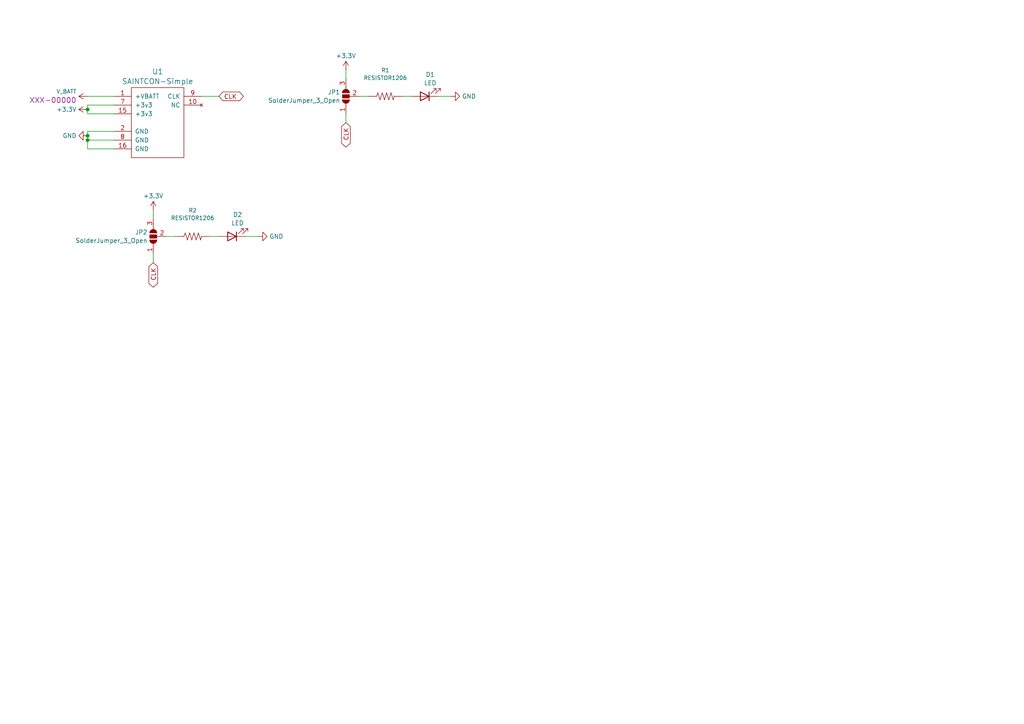
<source format=kicad_sch>
(kicad_sch
	(version 20231120)
	(generator "eeschema")
	(generator_version "8.0")
	(uuid "8c30392f-0e5e-48e1-84ed-a8a15295f91f")
	(paper "A4")
	(lib_symbols
		(symbol "Device:LED"
			(pin_numbers hide)
			(pin_names
				(offset 1.016) hide)
			(exclude_from_sim no)
			(in_bom yes)
			(on_board yes)
			(property "Reference" "D"
				(at 0 2.54 0)
				(effects
					(font
						(size 1.27 1.27)
					)
				)
			)
			(property "Value" "LED"
				(at 0 -2.54 0)
				(effects
					(font
						(size 1.27 1.27)
					)
				)
			)
			(property "Footprint" ""
				(at 0 0 0)
				(effects
					(font
						(size 1.27 1.27)
					)
					(hide yes)
				)
			)
			(property "Datasheet" "~"
				(at 0 0 0)
				(effects
					(font
						(size 1.27 1.27)
					)
					(hide yes)
				)
			)
			(property "Description" "Light emitting diode"
				(at 0 0 0)
				(effects
					(font
						(size 1.27 1.27)
					)
					(hide yes)
				)
			)
			(property "ki_keywords" "LED diode"
				(at 0 0 0)
				(effects
					(font
						(size 1.27 1.27)
					)
					(hide yes)
				)
			)
			(property "ki_fp_filters" "LED* LED_SMD:* LED_THT:*"
				(at 0 0 0)
				(effects
					(font
						(size 1.27 1.27)
					)
					(hide yes)
				)
			)
			(symbol "LED_0_1"
				(polyline
					(pts
						(xy -1.27 -1.27) (xy -1.27 1.27)
					)
					(stroke
						(width 0.254)
						(type default)
					)
					(fill
						(type none)
					)
				)
				(polyline
					(pts
						(xy -1.27 0) (xy 1.27 0)
					)
					(stroke
						(width 0)
						(type default)
					)
					(fill
						(type none)
					)
				)
				(polyline
					(pts
						(xy 1.27 -1.27) (xy 1.27 1.27) (xy -1.27 0) (xy 1.27 -1.27)
					)
					(stroke
						(width 0.254)
						(type default)
					)
					(fill
						(type none)
					)
				)
				(polyline
					(pts
						(xy -3.048 -0.762) (xy -4.572 -2.286) (xy -3.81 -2.286) (xy -4.572 -2.286) (xy -4.572 -1.524)
					)
					(stroke
						(width 0)
						(type default)
					)
					(fill
						(type none)
					)
				)
				(polyline
					(pts
						(xy -1.778 -0.762) (xy -3.302 -2.286) (xy -2.54 -2.286) (xy -3.302 -2.286) (xy -3.302 -1.524)
					)
					(stroke
						(width 0)
						(type default)
					)
					(fill
						(type none)
					)
				)
			)
			(symbol "LED_1_1"
				(pin passive line
					(at -3.81 0 0)
					(length 2.54)
					(name "K"
						(effects
							(font
								(size 1.27 1.27)
							)
						)
					)
					(number "1"
						(effects
							(font
								(size 1.27 1.27)
							)
						)
					)
				)
				(pin passive line
					(at 3.81 0 180)
					(length 2.54)
					(name "A"
						(effects
							(font
								(size 1.27 1.27)
							)
						)
					)
					(number "2"
						(effects
							(font
								(size 1.27 1.27)
							)
						)
					)
				)
			)
		)
		(symbol "Jumper:SolderJumper_3_Open"
			(pin_names
				(offset 0) hide)
			(exclude_from_sim yes)
			(in_bom no)
			(on_board yes)
			(property "Reference" "JP"
				(at -2.54 -2.54 0)
				(effects
					(font
						(size 1.27 1.27)
					)
				)
			)
			(property "Value" "SolderJumper_3_Open"
				(at 0 2.794 0)
				(effects
					(font
						(size 1.27 1.27)
					)
				)
			)
			(property "Footprint" ""
				(at 0 0 0)
				(effects
					(font
						(size 1.27 1.27)
					)
					(hide yes)
				)
			)
			(property "Datasheet" "~"
				(at 0 0 0)
				(effects
					(font
						(size 1.27 1.27)
					)
					(hide yes)
				)
			)
			(property "Description" "Solder Jumper, 3-pole, open"
				(at 0 0 0)
				(effects
					(font
						(size 1.27 1.27)
					)
					(hide yes)
				)
			)
			(property "ki_keywords" "Solder Jumper SPDT"
				(at 0 0 0)
				(effects
					(font
						(size 1.27 1.27)
					)
					(hide yes)
				)
			)
			(property "ki_fp_filters" "SolderJumper*Open*"
				(at 0 0 0)
				(effects
					(font
						(size 1.27 1.27)
					)
					(hide yes)
				)
			)
			(symbol "SolderJumper_3_Open_0_1"
				(arc
					(start -1.016 1.016)
					(mid -2.0276 0)
					(end -1.016 -1.016)
					(stroke
						(width 0)
						(type default)
					)
					(fill
						(type none)
					)
				)
				(arc
					(start -1.016 1.016)
					(mid -2.0276 0)
					(end -1.016 -1.016)
					(stroke
						(width 0)
						(type default)
					)
					(fill
						(type outline)
					)
				)
				(rectangle
					(start -0.508 1.016)
					(end 0.508 -1.016)
					(stroke
						(width 0)
						(type default)
					)
					(fill
						(type outline)
					)
				)
				(polyline
					(pts
						(xy -2.54 0) (xy -2.032 0)
					)
					(stroke
						(width 0)
						(type default)
					)
					(fill
						(type none)
					)
				)
				(polyline
					(pts
						(xy -1.016 1.016) (xy -1.016 -1.016)
					)
					(stroke
						(width 0)
						(type default)
					)
					(fill
						(type none)
					)
				)
				(polyline
					(pts
						(xy 0 -1.27) (xy 0 -1.016)
					)
					(stroke
						(width 0)
						(type default)
					)
					(fill
						(type none)
					)
				)
				(polyline
					(pts
						(xy 1.016 1.016) (xy 1.016 -1.016)
					)
					(stroke
						(width 0)
						(type default)
					)
					(fill
						(type none)
					)
				)
				(polyline
					(pts
						(xy 2.54 0) (xy 2.032 0)
					)
					(stroke
						(width 0)
						(type default)
					)
					(fill
						(type none)
					)
				)
				(arc
					(start 1.016 -1.016)
					(mid 2.0276 0)
					(end 1.016 1.016)
					(stroke
						(width 0)
						(type default)
					)
					(fill
						(type none)
					)
				)
				(arc
					(start 1.016 -1.016)
					(mid 2.0276 0)
					(end 1.016 1.016)
					(stroke
						(width 0)
						(type default)
					)
					(fill
						(type outline)
					)
				)
			)
			(symbol "SolderJumper_3_Open_1_1"
				(pin passive line
					(at -5.08 0 0)
					(length 2.54)
					(name "A"
						(effects
							(font
								(size 1.27 1.27)
							)
						)
					)
					(number "1"
						(effects
							(font
								(size 1.27 1.27)
							)
						)
					)
				)
				(pin passive line
					(at 0 -3.81 90)
					(length 2.54)
					(name "C"
						(effects
							(font
								(size 1.27 1.27)
							)
						)
					)
					(number "2"
						(effects
							(font
								(size 1.27 1.27)
							)
						)
					)
				)
				(pin passive line
					(at 5.08 0 180)
					(length 2.54)
					(name "B"
						(effects
							(font
								(size 1.27 1.27)
							)
						)
					)
					(number "3"
						(effects
							(font
								(size 1.27 1.27)
							)
						)
					)
				)
			)
		)
		(symbol "SparkFun-PowerSymbols:V_BATT"
			(power)
			(pin_numbers hide)
			(pin_names
				(offset 1.016) hide)
			(exclude_from_sim no)
			(in_bom yes)
			(on_board yes)
			(property "Reference" "#SUPPLY"
				(at 1.27 0 0)
				(effects
					(font
						(size 1.143 1.143)
					)
					(justify left bottom)
					(hide yes)
				)
			)
			(property "Value" "V_BATT"
				(at -2.54 3.81 0)
				(effects
					(font
						(size 1.143 1.143)
					)
					(justify left bottom)
				)
			)
			(property "Footprint" "XXX-00000"
				(at 0 7.62 0)
				(effects
					(font
						(size 1.524 1.524)
					)
				)
			)
			(property "Datasheet" ""
				(at 0 0 0)
				(effects
					(font
						(size 1.524 1.524)
					)
					(hide yes)
				)
			)
			(property "Description" "Battery Voltage Supply Generic symbol for the battery input to a system."
				(at 0 0 0)
				(effects
					(font
						(size 1.27 1.27)
					)
					(hide yes)
				)
			)
			(property "ki_locked" ""
				(at 0 0 0)
				(effects
					(font
						(size 1.27 1.27)
					)
				)
			)
			(property "ki_keywords" "PROD_ID:XXX-00000"
				(at 0 0 0)
				(effects
					(font
						(size 1.27 1.27)
					)
					(hide yes)
				)
			)
			(symbol "V_BATT_1_0"
				(polyline
					(pts
						(xy 0 0) (xy 0 2.54)
					)
					(stroke
						(width 0)
						(type solid)
					)
					(fill
						(type none)
					)
				)
				(polyline
					(pts
						(xy 0 2.54) (xy -0.762 1.27)
					)
					(stroke
						(width 0)
						(type solid)
					)
					(fill
						(type none)
					)
				)
				(polyline
					(pts
						(xy 0.762 1.27) (xy 0 2.54)
					)
					(stroke
						(width 0)
						(type solid)
					)
					(fill
						(type none)
					)
				)
			)
			(symbol "V_BATT_1_1"
				(pin power_in line
					(at 0 0 90)
					(length 0) hide
					(name "V_BATT"
						(effects
							(font
								(size 1.016 1.016)
							)
						)
					)
					(number "~"
						(effects
							(font
								(size 1.016 1.016)
							)
						)
					)
				)
			)
		)
		(symbol "SparkFun-Resistors:RESISTOR1206"
			(pin_numbers hide)
			(pin_names
				(offset 1.016) hide)
			(exclude_from_sim no)
			(in_bom yes)
			(on_board yes)
			(property "Reference" "R"
				(at -5.08 1.27 0)
				(effects
					(font
						(size 1.143 1.143)
					)
					(justify left bottom)
				)
			)
			(property "Value" "RESISTOR1206"
				(at -5.08 -3.81 0)
				(effects
					(font
						(size 1.143 1.143)
					)
					(justify left bottom)
				)
			)
			(property "Footprint" "1206"
				(at 0 3.81 0)
				(effects
					(font
						(size 0.508 0.508)
					)
					(hide yes)
				)
			)
			(property "Datasheet" ""
				(at 0 0 0)
				(effects
					(font
						(size 1.524 1.524)
					)
					(hide yes)
				)
			)
			(property "Description" "Generic Resistor Package"
				(at 0 0 0)
				(effects
					(font
						(size 1.27 1.27)
					)
					(hide yes)
				)
			)
			(property "Field4" " "
				(at 0 5.08 0)
				(effects
					(font
						(size 1.524 1.524)
					)
				)
			)
			(property "ki_locked" ""
				(at 0 0 0)
				(effects
					(font
						(size 1.27 1.27)
					)
				)
			)
			(property "ki_keywords" "PROD_ID:"
				(at 0 0 0)
				(effects
					(font
						(size 1.27 1.27)
					)
					(hide yes)
				)
			)
			(property "ki_fp_filters" "*1206*"
				(at 0 0 0)
				(effects
					(font
						(size 1.27 1.27)
					)
					(hide yes)
				)
			)
			(symbol "RESISTOR1206_1_0"
				(polyline
					(pts
						(xy -2.54 0) (xy -2.159 1.016)
					)
					(stroke
						(width 0)
						(type solid)
					)
					(fill
						(type none)
					)
				)
				(polyline
					(pts
						(xy -2.159 1.016) (xy -1.524 -1.016)
					)
					(stroke
						(width 0)
						(type solid)
					)
					(fill
						(type none)
					)
				)
				(polyline
					(pts
						(xy -1.524 -1.016) (xy -0.889 1.016)
					)
					(stroke
						(width 0)
						(type solid)
					)
					(fill
						(type none)
					)
				)
				(polyline
					(pts
						(xy -0.889 1.016) (xy -0.254 -1.016)
					)
					(stroke
						(width 0)
						(type solid)
					)
					(fill
						(type none)
					)
				)
				(polyline
					(pts
						(xy -0.254 -1.016) (xy 0.381 1.016)
					)
					(stroke
						(width 0)
						(type solid)
					)
					(fill
						(type none)
					)
				)
				(polyline
					(pts
						(xy 0.381 1.016) (xy 1.016 -1.016)
					)
					(stroke
						(width 0)
						(type solid)
					)
					(fill
						(type none)
					)
				)
				(polyline
					(pts
						(xy 1.016 -1.016) (xy 1.651 1.016)
					)
					(stroke
						(width 0)
						(type solid)
					)
					(fill
						(type none)
					)
				)
				(polyline
					(pts
						(xy 1.651 1.016) (xy 2.286 -1.016)
					)
					(stroke
						(width 0)
						(type solid)
					)
					(fill
						(type none)
					)
				)
				(polyline
					(pts
						(xy 2.286 -1.016) (xy 2.54 0)
					)
					(stroke
						(width 0)
						(type solid)
					)
					(fill
						(type none)
					)
				)
			)
			(symbol "RESISTOR1206_1_1"
				(pin passive line
					(at -5.08 0 0)
					(length 2.54)
					(name "1"
						(effects
							(font
								(size 1.016 1.016)
							)
						)
					)
					(number "1"
						(effects
							(font
								(size 1.016 1.016)
							)
						)
					)
				)
				(pin passive line
					(at 5.08 0 180)
					(length 2.54)
					(name "2"
						(effects
							(font
								(size 1.016 1.016)
							)
						)
					)
					(number "2"
						(effects
							(font
								(size 1.016 1.016)
							)
						)
					)
				)
			)
		)
		(symbol "power:+3.3V"
			(power)
			(pin_numbers hide)
			(pin_names
				(offset 0) hide)
			(exclude_from_sim no)
			(in_bom yes)
			(on_board yes)
			(property "Reference" "#PWR"
				(at 0 -3.81 0)
				(effects
					(font
						(size 1.27 1.27)
					)
					(hide yes)
				)
			)
			(property "Value" "+3.3V"
				(at 0 3.556 0)
				(effects
					(font
						(size 1.27 1.27)
					)
				)
			)
			(property "Footprint" ""
				(at 0 0 0)
				(effects
					(font
						(size 1.27 1.27)
					)
					(hide yes)
				)
			)
			(property "Datasheet" ""
				(at 0 0 0)
				(effects
					(font
						(size 1.27 1.27)
					)
					(hide yes)
				)
			)
			(property "Description" "Power symbol creates a global label with name \"+3.3V\""
				(at 0 0 0)
				(effects
					(font
						(size 1.27 1.27)
					)
					(hide yes)
				)
			)
			(property "ki_keywords" "global power"
				(at 0 0 0)
				(effects
					(font
						(size 1.27 1.27)
					)
					(hide yes)
				)
			)
			(symbol "+3.3V_0_1"
				(polyline
					(pts
						(xy -0.762 1.27) (xy 0 2.54)
					)
					(stroke
						(width 0)
						(type default)
					)
					(fill
						(type none)
					)
				)
				(polyline
					(pts
						(xy 0 0) (xy 0 2.54)
					)
					(stroke
						(width 0)
						(type default)
					)
					(fill
						(type none)
					)
				)
				(polyline
					(pts
						(xy 0 2.54) (xy 0.762 1.27)
					)
					(stroke
						(width 0)
						(type default)
					)
					(fill
						(type none)
					)
				)
			)
			(symbol "+3.3V_1_1"
				(pin power_in line
					(at 0 0 90)
					(length 0)
					(name "~"
						(effects
							(font
								(size 1.27 1.27)
							)
						)
					)
					(number "1"
						(effects
							(font
								(size 1.27 1.27)
							)
						)
					)
				)
			)
		)
		(symbol "power:GND"
			(power)
			(pin_numbers hide)
			(pin_names
				(offset 0) hide)
			(exclude_from_sim no)
			(in_bom yes)
			(on_board yes)
			(property "Reference" "#PWR"
				(at 0 -6.35 0)
				(effects
					(font
						(size 1.27 1.27)
					)
					(hide yes)
				)
			)
			(property "Value" "GND"
				(at 0 -3.81 0)
				(effects
					(font
						(size 1.27 1.27)
					)
				)
			)
			(property "Footprint" ""
				(at 0 0 0)
				(effects
					(font
						(size 1.27 1.27)
					)
					(hide yes)
				)
			)
			(property "Datasheet" ""
				(at 0 0 0)
				(effects
					(font
						(size 1.27 1.27)
					)
					(hide yes)
				)
			)
			(property "Description" "Power symbol creates a global label with name \"GND\" , ground"
				(at 0 0 0)
				(effects
					(font
						(size 1.27 1.27)
					)
					(hide yes)
				)
			)
			(property "ki_keywords" "global power"
				(at 0 0 0)
				(effects
					(font
						(size 1.27 1.27)
					)
					(hide yes)
				)
			)
			(symbol "GND_0_1"
				(polyline
					(pts
						(xy 0 0) (xy 0 -1.27) (xy 1.27 -1.27) (xy 0 -2.54) (xy -1.27 -1.27) (xy 0 -1.27)
					)
					(stroke
						(width 0)
						(type default)
					)
					(fill
						(type none)
					)
				)
			)
			(symbol "GND_1_1"
				(pin power_in line
					(at 0 0 270)
					(length 0)
					(name "~"
						(effects
							(font
								(size 1.27 1.27)
							)
						)
					)
					(number "1"
						(effects
							(font
								(size 1.27 1.27)
							)
						)
					)
				)
			)
		)
		(symbol "saintcon-minibadge:SAINTCON-Simple"
			(pin_names
				(offset 1.016)
			)
			(exclude_from_sim no)
			(in_bom yes)
			(on_board yes)
			(property "Reference" "U"
				(at -5.08 11.43 0)
				(effects
					(font
						(size 1.524 1.524)
					)
				)
			)
			(property "Value" "SAINTCON-Simple"
				(at 0 -12.7 0)
				(effects
					(font
						(size 1.524 1.524)
					)
				)
			)
			(property "Footprint" ""
				(at 0 2.54 0)
				(effects
					(font
						(size 1.524 1.524)
					)
					(hide yes)
				)
			)
			(property "Datasheet" ""
				(at 0 2.54 0)
				(effects
					(font
						(size 1.524 1.524)
					)
					(hide yes)
				)
			)
			(property "Description" ""
				(at 0 0 0)
				(effects
					(font
						(size 1.27 1.27)
					)
					(hide yes)
				)
			)
			(symbol "SAINTCON-Simple_0_1"
				(rectangle
					(start -7.62 10.16)
					(end 7.62 -10.16)
					(stroke
						(width 0)
						(type default)
					)
					(fill
						(type none)
					)
				)
			)
			(symbol "SAINTCON-Simple_1_1"
				(pin power_out line
					(at -12.7 7.62 0)
					(length 5.08)
					(name "+VBATT"
						(effects
							(font
								(size 1.27 1.27)
							)
						)
					)
					(number "1"
						(effects
							(font
								(size 1.27 1.27)
							)
						)
					)
				)
				(pin no_connect line
					(at 12.7 5.08 180)
					(length 5.08)
					(name "NC"
						(effects
							(font
								(size 1.27 1.27)
							)
						)
					)
					(number "10"
						(effects
							(font
								(size 1.27 1.27)
							)
						)
					)
				)
				(pin power_out line
					(at -12.7 2.54 0)
					(length 5.08)
					(name "+3v3"
						(effects
							(font
								(size 1.27 1.27)
							)
						)
					)
					(number "15"
						(effects
							(font
								(size 1.27 1.27)
							)
						)
					)
				)
				(pin power_out line
					(at -12.7 -7.62 0)
					(length 5.08)
					(name "GND"
						(effects
							(font
								(size 1.27 1.27)
							)
						)
					)
					(number "16"
						(effects
							(font
								(size 1.27 1.27)
							)
						)
					)
				)
				(pin power_out line
					(at -12.7 -2.54 0)
					(length 5.08)
					(name "GND"
						(effects
							(font
								(size 1.27 1.27)
							)
						)
					)
					(number "2"
						(effects
							(font
								(size 1.27 1.27)
							)
						)
					)
				)
				(pin power_out line
					(at -12.7 5.08 0)
					(length 5.08)
					(name "+3v3"
						(effects
							(font
								(size 1.27 1.27)
							)
						)
					)
					(number "7"
						(effects
							(font
								(size 1.27 1.27)
							)
						)
					)
				)
				(pin power_out line
					(at -12.7 -5.08 0)
					(length 5.08)
					(name "GND"
						(effects
							(font
								(size 1.27 1.27)
							)
						)
					)
					(number "8"
						(effects
							(font
								(size 1.27 1.27)
							)
						)
					)
				)
				(pin output line
					(at 12.7 7.62 180)
					(length 5.08)
					(name "CLK"
						(effects
							(font
								(size 1.27 1.27)
							)
						)
					)
					(number "9"
						(effects
							(font
								(size 1.27 1.27)
							)
						)
					)
				)
			)
		)
	)
	(junction
		(at 25.4 39.37)
		(diameter 0)
		(color 0 0 0 0)
		(uuid "1c828c82-bd5d-495b-a8e6-4642db0239e4")
	)
	(junction
		(at 25.4 40.64)
		(diameter 0)
		(color 0 0 0 0)
		(uuid "775dad2d-db18-4fae-af6e-45f59b89aa62")
	)
	(junction
		(at 25.4 31.75)
		(diameter 0)
		(color 0 0 0 0)
		(uuid "97fce3be-2089-4039-a419-aadfba3680b7")
	)
	(wire
		(pts
			(xy 25.4 31.75) (xy 25.4 33.02)
		)
		(stroke
			(width 0)
			(type default)
		)
		(uuid "0d6b5fb6-ac42-4c1b-84c0-164d23a9fe99")
	)
	(wire
		(pts
			(xy 33.02 38.1) (xy 25.4 38.1)
		)
		(stroke
			(width 0)
			(type default)
		)
		(uuid "0f1f1318-97b9-4f59-a2c0-d5de34af1e5d")
	)
	(wire
		(pts
			(xy 25.4 27.94) (xy 33.02 27.94)
		)
		(stroke
			(width 0)
			(type default)
		)
		(uuid "1f57d787-91f4-4a94-afb5-2bde7bb9b4ea")
	)
	(wire
		(pts
			(xy 104.14 27.94) (xy 106.68 27.94)
		)
		(stroke
			(width 0)
			(type default)
		)
		(uuid "2b5d50aa-c0ba-43b7-9899-0763e661b71c")
	)
	(wire
		(pts
			(xy 48.26 68.58) (xy 50.8 68.58)
		)
		(stroke
			(width 0)
			(type default)
		)
		(uuid "5052056c-fa34-4683-8500-607020060c6d")
	)
	(wire
		(pts
			(xy 71.12 68.58) (xy 74.93 68.58)
		)
		(stroke
			(width 0)
			(type default)
		)
		(uuid "61bb6c1a-8e3b-452b-933e-71c459002538")
	)
	(wire
		(pts
			(xy 25.4 33.02) (xy 33.02 33.02)
		)
		(stroke
			(width 0)
			(type default)
		)
		(uuid "676d64d4-855d-4634-bd11-fbb06979d104")
	)
	(wire
		(pts
			(xy 33.02 30.48) (xy 25.4 30.48)
		)
		(stroke
			(width 0)
			(type default)
		)
		(uuid "69826155-8ba8-4146-a76c-03be9687a128")
	)
	(wire
		(pts
			(xy 60.96 68.58) (xy 63.5 68.58)
		)
		(stroke
			(width 0)
			(type default)
		)
		(uuid "6a9993db-6e31-4a09-860c-1220bb0ee919")
	)
	(wire
		(pts
			(xy 44.45 73.66) (xy 44.45 76.2)
		)
		(stroke
			(width 0)
			(type default)
		)
		(uuid "726aea99-78fb-49c2-9125-c320fc68aacd")
	)
	(wire
		(pts
			(xy 127 27.94) (xy 130.81 27.94)
		)
		(stroke
			(width 0)
			(type default)
		)
		(uuid "73b0c72f-23d1-4c29-933a-1a170379f581")
	)
	(wire
		(pts
			(xy 116.84 27.94) (xy 119.38 27.94)
		)
		(stroke
			(width 0)
			(type default)
		)
		(uuid "772eadcf-d4d2-486f-8f39-3f2129578164")
	)
	(wire
		(pts
			(xy 25.4 40.64) (xy 25.4 39.37)
		)
		(stroke
			(width 0)
			(type default)
		)
		(uuid "89ed57c3-e3df-4dc7-8ce9-22e8eba402fb")
	)
	(wire
		(pts
			(xy 100.33 20.32) (xy 100.33 22.86)
		)
		(stroke
			(width 0)
			(type default)
		)
		(uuid "a87bcb11-7871-4680-a77a-21e1b256251b")
	)
	(wire
		(pts
			(xy 100.33 33.02) (xy 100.33 35.56)
		)
		(stroke
			(width 0)
			(type default)
		)
		(uuid "aa849bb6-a3c6-469c-b638-7caa4e333788")
	)
	(wire
		(pts
			(xy 33.02 43.18) (xy 25.4 43.18)
		)
		(stroke
			(width 0)
			(type default)
		)
		(uuid "b1926b63-e821-4306-8757-bc2bae05bab2")
	)
	(wire
		(pts
			(xy 25.4 43.18) (xy 25.4 40.64)
		)
		(stroke
			(width 0)
			(type default)
		)
		(uuid "bc88e7cd-1508-423e-a6c4-ca0610c2b88f")
	)
	(wire
		(pts
			(xy 25.4 30.48) (xy 25.4 31.75)
		)
		(stroke
			(width 0)
			(type default)
		)
		(uuid "bff1a2fb-2d19-4398-ae29-007ddcd1f150")
	)
	(wire
		(pts
			(xy 58.42 27.94) (xy 63.5 27.94)
		)
		(stroke
			(width 0)
			(type default)
		)
		(uuid "c22124c0-de76-4bf8-aff4-8c2e4a56c0dd")
	)
	(wire
		(pts
			(xy 44.45 60.96) (xy 44.45 63.5)
		)
		(stroke
			(width 0)
			(type default)
		)
		(uuid "cdcce3f1-d91d-4d78-81a1-d65cf491a2a8")
	)
	(wire
		(pts
			(xy 25.4 38.1) (xy 25.4 39.37)
		)
		(stroke
			(width 0)
			(type default)
		)
		(uuid "cf517033-039c-4b0e-8fc0-75e4ced212d9")
	)
	(wire
		(pts
			(xy 33.02 40.64) (xy 25.4 40.64)
		)
		(stroke
			(width 0)
			(type default)
		)
		(uuid "f5ef598d-7b51-4f41-a646-c47e1037390e")
	)
	(global_label "CLK"
		(shape bidirectional)
		(at 44.45 76.2 270)
		(fields_autoplaced yes)
		(effects
			(font
				(size 1.27 1.27)
			)
			(justify right)
		)
		(uuid "6a93274b-6cb5-4694-bb79-7516944531e0")
		(property "Intersheetrefs" "${INTERSHEET_REFS}"
			(at 44.45 83.8646 90)
			(effects
				(font
					(size 1.27 1.27)
				)
				(justify right)
				(hide yes)
			)
		)
	)
	(global_label "CLK"
		(shape bidirectional)
		(at 63.5 27.94 0)
		(fields_autoplaced yes)
		(effects
			(font
				(size 1.27 1.27)
			)
			(justify left)
		)
		(uuid "8f09a315-dff4-477b-810d-e77597193352")
		(property "Intersheetrefs" "${INTERSHEET_REFS}"
			(at 71.1646 27.94 0)
			(effects
				(font
					(size 1.27 1.27)
				)
				(justify left)
				(hide yes)
			)
		)
	)
	(global_label "CLK"
		(shape bidirectional)
		(at 100.33 35.56 270)
		(fields_autoplaced yes)
		(effects
			(font
				(size 1.27 1.27)
			)
			(justify right)
		)
		(uuid "d5ad0b91-a363-498a-a7bb-f47a6861981d")
		(property "Intersheetrefs" "${INTERSHEET_REFS}"
			(at 100.33 43.2246 90)
			(effects
				(font
					(size 1.27 1.27)
				)
				(justify right)
				(hide yes)
			)
		)
	)
	(symbol
		(lib_id "power:GND")
		(at 25.4 39.37 270)
		(unit 1)
		(exclude_from_sim no)
		(in_bom yes)
		(on_board yes)
		(dnp no)
		(fields_autoplaced yes)
		(uuid "0bcc5834-2d6f-4093-a6cf-18cdfdb162cd")
		(property "Reference" "#PWR02"
			(at 19.05 39.37 0)
			(effects
				(font
					(size 1.27 1.27)
				)
				(hide yes)
			)
		)
		(property "Value" "GND"
			(at 22.2251 39.37 90)
			(effects
				(font
					(size 1.27 1.27)
				)
				(justify right)
			)
		)
		(property "Footprint" ""
			(at 25.4 39.37 0)
			(effects
				(font
					(size 1.27 1.27)
				)
				(hide yes)
			)
		)
		(property "Datasheet" ""
			(at 25.4 39.37 0)
			(effects
				(font
					(size 1.27 1.27)
				)
				(hide yes)
			)
		)
		(property "Description" "Power symbol creates a global label with name \"GND\" , ground"
			(at 25.4 39.37 0)
			(effects
				(font
					(size 1.27 1.27)
				)
				(hide yes)
			)
		)
		(pin "1"
			(uuid "3364ef51-bc0d-4bd5-baa2-6c8de7951fb1")
		)
		(instances
			(project ""
				(path "/8c30392f-0e5e-48e1-84ed-a8a15295f91f"
					(reference "#PWR02")
					(unit 1)
				)
			)
		)
	)
	(symbol
		(lib_id "power:GND")
		(at 130.81 27.94 90)
		(unit 1)
		(exclude_from_sim no)
		(in_bom yes)
		(on_board yes)
		(dnp no)
		(fields_autoplaced yes)
		(uuid "2330dc8b-f4bb-42e4-869e-7d364fbd0d39")
		(property "Reference" "#PWR04"
			(at 137.16 27.94 0)
			(effects
				(font
					(size 1.27 1.27)
				)
				(hide yes)
			)
		)
		(property "Value" "GND"
			(at 133.985 27.94 90)
			(effects
				(font
					(size 1.27 1.27)
				)
				(justify right)
			)
		)
		(property "Footprint" ""
			(at 130.81 27.94 0)
			(effects
				(font
					(size 1.27 1.27)
				)
				(hide yes)
			)
		)
		(property "Datasheet" ""
			(at 130.81 27.94 0)
			(effects
				(font
					(size 1.27 1.27)
				)
				(hide yes)
			)
		)
		(property "Description" "Power symbol creates a global label with name \"GND\" , ground"
			(at 130.81 27.94 0)
			(effects
				(font
					(size 1.27 1.27)
				)
				(hide yes)
			)
		)
		(pin "1"
			(uuid "5097b11b-8355-4fb7-8a36-41487675b56e")
		)
		(instances
			(project "KiCad_MiniBadge_Learning"
				(path "/8c30392f-0e5e-48e1-84ed-a8a15295f91f"
					(reference "#PWR04")
					(unit 1)
				)
			)
		)
	)
	(symbol
		(lib_id "power:+3.3V")
		(at 44.45 60.96 0)
		(unit 1)
		(exclude_from_sim no)
		(in_bom yes)
		(on_board yes)
		(dnp no)
		(fields_autoplaced yes)
		(uuid "2b6c89e1-2015-4474-ac83-2ec24ffdce20")
		(property "Reference" "#PWR05"
			(at 44.45 64.77 0)
			(effects
				(font
					(size 1.27 1.27)
				)
				(hide yes)
			)
		)
		(property "Value" "+3.3V"
			(at 44.45 56.8269 0)
			(effects
				(font
					(size 1.27 1.27)
				)
			)
		)
		(property "Footprint" ""
			(at 44.45 60.96 0)
			(effects
				(font
					(size 1.27 1.27)
				)
				(hide yes)
			)
		)
		(property "Datasheet" ""
			(at 44.45 60.96 0)
			(effects
				(font
					(size 1.27 1.27)
				)
				(hide yes)
			)
		)
		(property "Description" "Power symbol creates a global label with name \"+3.3V\""
			(at 44.45 60.96 0)
			(effects
				(font
					(size 1.27 1.27)
				)
				(hide yes)
			)
		)
		(pin "1"
			(uuid "f46a7539-cac9-45a7-b83d-e369b1055266")
		)
		(instances
			(project "KiCad_MiniBadge_Learning"
				(path "/8c30392f-0e5e-48e1-84ed-a8a15295f91f"
					(reference "#PWR05")
					(unit 1)
				)
			)
		)
	)
	(symbol
		(lib_id "SparkFun-PowerSymbols:V_BATT")
		(at 25.4 27.94 90)
		(unit 1)
		(exclude_from_sim no)
		(in_bom yes)
		(on_board yes)
		(dnp no)
		(fields_autoplaced yes)
		(uuid "4d85332c-ce70-4a8f-8686-56c54d2c241a")
		(property "Reference" "#SUPPLY01"
			(at 25.4 26.67 0)
			(effects
				(font
					(size 1.143 1.143)
				)
				(justify left bottom)
				(hide yes)
			)
		)
		(property "Value" "V_BATT"
			(at 22.2251 26.5236 90)
			(effects
				(font
					(size 1.143 1.143)
				)
				(justify left)
			)
		)
		(property "Footprint" "XXX-00000"
			(at 22.2251 29.05 90)
			(effects
				(font
					(size 1.524 1.524)
				)
				(justify left)
			)
		)
		(property "Datasheet" ""
			(at 25.4 27.94 0)
			(effects
				(font
					(size 1.524 1.524)
				)
				(hide yes)
			)
		)
		(property "Description" "Battery Voltage Supply Generic symbol for the battery input to a system."
			(at 25.4 27.94 0)
			(effects
				(font
					(size 1.27 1.27)
				)
				(hide yes)
			)
		)
		(pin "~"
			(uuid "4c599e4a-5631-4cd9-b986-ced7707ff52f")
		)
		(instances
			(project ""
				(path "/8c30392f-0e5e-48e1-84ed-a8a15295f91f"
					(reference "#SUPPLY01")
					(unit 1)
				)
			)
		)
	)
	(symbol
		(lib_id "Jumper:SolderJumper_3_Open")
		(at 44.45 68.58 90)
		(unit 1)
		(exclude_from_sim yes)
		(in_bom no)
		(on_board yes)
		(dnp no)
		(fields_autoplaced yes)
		(uuid "55601f2b-3480-4914-b62c-09fd46f2bb4c")
		(property "Reference" "JP2"
			(at 42.799 67.3678 90)
			(effects
				(font
					(size 1.27 1.27)
				)
				(justify left)
			)
		)
		(property "Value" "SolderJumper_3_Open"
			(at 42.799 69.7921 90)
			(effects
				(font
					(size 1.27 1.27)
				)
				(justify left)
			)
		)
		(property "Footprint" "Jumper:SolderJumper-3_P1.3mm_Open_RoundedPad1.0x1.5mm"
			(at 44.45 68.58 0)
			(effects
				(font
					(size 1.27 1.27)
				)
				(hide yes)
			)
		)
		(property "Datasheet" "~"
			(at 44.45 68.58 0)
			(effects
				(font
					(size 1.27 1.27)
				)
				(hide yes)
			)
		)
		(property "Description" "Solder Jumper, 3-pole, open"
			(at 44.45 68.58 0)
			(effects
				(font
					(size 1.27 1.27)
				)
				(hide yes)
			)
		)
		(pin "3"
			(uuid "ee11e4b0-77e2-41a6-9b31-6e94f22b9a24")
		)
		(pin "2"
			(uuid "bfa65b18-2585-4208-98ed-b1cc7f576ddd")
		)
		(pin "1"
			(uuid "5623664b-1621-41a4-b7df-d123f8199360")
		)
		(instances
			(project "KiCad_MiniBadge_Learning"
				(path "/8c30392f-0e5e-48e1-84ed-a8a15295f91f"
					(reference "JP2")
					(unit 1)
				)
			)
		)
	)
	(symbol
		(lib_id "power:GND")
		(at 74.93 68.58 90)
		(unit 1)
		(exclude_from_sim no)
		(in_bom yes)
		(on_board yes)
		(dnp no)
		(fields_autoplaced yes)
		(uuid "747a643a-c963-4f54-8372-7ffd5bbaabc7")
		(property "Reference" "#PWR06"
			(at 81.28 68.58 0)
			(effects
				(font
					(size 1.27 1.27)
				)
				(hide yes)
			)
		)
		(property "Value" "GND"
			(at 78.105 68.58 90)
			(effects
				(font
					(size 1.27 1.27)
				)
				(justify right)
			)
		)
		(property "Footprint" ""
			(at 74.93 68.58 0)
			(effects
				(font
					(size 1.27 1.27)
				)
				(hide yes)
			)
		)
		(property "Datasheet" ""
			(at 74.93 68.58 0)
			(effects
				(font
					(size 1.27 1.27)
				)
				(hide yes)
			)
		)
		(property "Description" "Power symbol creates a global label with name \"GND\" , ground"
			(at 74.93 68.58 0)
			(effects
				(font
					(size 1.27 1.27)
				)
				(hide yes)
			)
		)
		(pin "1"
			(uuid "3bb3dd3c-f8f9-4e0f-b34d-f7f8b830f627")
		)
		(instances
			(project "KiCad_MiniBadge_Learning"
				(path "/8c30392f-0e5e-48e1-84ed-a8a15295f91f"
					(reference "#PWR06")
					(unit 1)
				)
			)
		)
	)
	(symbol
		(lib_id "Device:LED")
		(at 123.19 27.94 180)
		(unit 1)
		(exclude_from_sim no)
		(in_bom yes)
		(on_board yes)
		(dnp no)
		(fields_autoplaced yes)
		(uuid "902d3d90-d6bc-4d7e-82cb-65c97c4fe3f4")
		(property "Reference" "D1"
			(at 124.7775 21.6365 0)
			(effects
				(font
					(size 1.27 1.27)
				)
			)
		)
		(property "Value" "LED"
			(at 124.7775 24.0608 0)
			(effects
				(font
					(size 1.27 1.27)
				)
			)
		)
		(property "Footprint" "LED_SMD:LED_1206_3216Metric_Pad1.42x1.75mm_HandSolder"
			(at 123.19 27.94 0)
			(effects
				(font
					(size 1.27 1.27)
				)
				(hide yes)
			)
		)
		(property "Datasheet" "~"
			(at 123.19 27.94 0)
			(effects
				(font
					(size 1.27 1.27)
				)
				(hide yes)
			)
		)
		(property "Description" "Light emitting diode"
			(at 123.19 27.94 0)
			(effects
				(font
					(size 1.27 1.27)
				)
				(hide yes)
			)
		)
		(pin "2"
			(uuid "8ac857c9-c463-4ee0-9b04-b6cba6dcc905")
		)
		(pin "1"
			(uuid "37c01caf-3639-43a7-b0a0-c6380a441ae1")
		)
		(instances
			(project ""
				(path "/8c30392f-0e5e-48e1-84ed-a8a15295f91f"
					(reference "D1")
					(unit 1)
				)
			)
		)
	)
	(symbol
		(lib_id "Device:LED")
		(at 67.31 68.58 180)
		(unit 1)
		(exclude_from_sim no)
		(in_bom yes)
		(on_board yes)
		(dnp no)
		(fields_autoplaced yes)
		(uuid "9643e474-c4eb-40b6-a82c-af28f41158bf")
		(property "Reference" "D2"
			(at 68.8975 62.2765 0)
			(effects
				(font
					(size 1.27 1.27)
				)
			)
		)
		(property "Value" "LED"
			(at 68.8975 64.7008 0)
			(effects
				(font
					(size 1.27 1.27)
				)
			)
		)
		(property "Footprint" "LED_THT:LED_D3.0mm"
			(at 67.31 68.58 0)
			(effects
				(font
					(size 1.27 1.27)
				)
				(hide yes)
			)
		)
		(property "Datasheet" "~"
			(at 67.31 68.58 0)
			(effects
				(font
					(size 1.27 1.27)
				)
				(hide yes)
			)
		)
		(property "Description" "Light emitting diode"
			(at 67.31 68.58 0)
			(effects
				(font
					(size 1.27 1.27)
				)
				(hide yes)
			)
		)
		(pin "2"
			(uuid "2361f3d4-b70d-42e6-94b8-779f4429d325")
		)
		(pin "1"
			(uuid "0999d1e4-cf07-4570-8d47-e46d8ba64ada")
		)
		(instances
			(project "KiCad_MiniBadge_Learning"
				(path "/8c30392f-0e5e-48e1-84ed-a8a15295f91f"
					(reference "D2")
					(unit 1)
				)
			)
		)
	)
	(symbol
		(lib_id "saintcon-minibadge:SAINTCON-Simple")
		(at 45.72 35.56 0)
		(unit 1)
		(exclude_from_sim no)
		(in_bom yes)
		(on_board yes)
		(dnp no)
		(fields_autoplaced yes)
		(uuid "b0f6a89a-ef67-4b9d-8486-00385dc2445b")
		(property "Reference" "U1"
			(at 45.72 20.7696 0)
			(effects
				(font
					(size 1.524 1.524)
				)
			)
		)
		(property "Value" "SAINTCON-Simple"
			(at 45.72 23.6025 0)
			(effects
				(font
					(size 1.524 1.524)
				)
			)
		)
		(property "Footprint" "minibadge_kicad:SAINTCON-Minibadge-minimal"
			(at 45.72 33.02 0)
			(effects
				(font
					(size 1.524 1.524)
				)
				(hide yes)
			)
		)
		(property "Datasheet" ""
			(at 45.72 33.02 0)
			(effects
				(font
					(size 1.524 1.524)
				)
				(hide yes)
			)
		)
		(property "Description" ""
			(at 45.72 35.56 0)
			(effects
				(font
					(size 1.27 1.27)
				)
				(hide yes)
			)
		)
		(pin "10"
			(uuid "c5568371-fa47-4a50-8f83-83f94ab67994")
		)
		(pin "2"
			(uuid "70ab7a1b-a038-4c43-9675-f4b1760c5bb3")
		)
		(pin "9"
			(uuid "c4308f74-308f-4789-bd1c-8422540477ea")
		)
		(pin "8"
			(uuid "f34d6104-19d4-4d3b-85e6-871cee901ba4")
		)
		(pin "16"
			(uuid "654844fb-156d-4c54-9c74-ce593bb3d6c4")
		)
		(pin "7"
			(uuid "bcfbdefd-11b7-4b10-8bcd-b43a781955ba")
		)
		(pin "1"
			(uuid "f07c4b61-1ceb-46f7-9048-a02c8d6bdb9a")
		)
		(pin "15"
			(uuid "4b5b8bbb-ea7a-45ff-b82a-393336440e15")
		)
		(instances
			(project ""
				(path "/8c30392f-0e5e-48e1-84ed-a8a15295f91f"
					(reference "U1")
					(unit 1)
				)
			)
		)
	)
	(symbol
		(lib_id "Jumper:SolderJumper_3_Open")
		(at 100.33 27.94 90)
		(unit 1)
		(exclude_from_sim yes)
		(in_bom no)
		(on_board yes)
		(dnp no)
		(fields_autoplaced yes)
		(uuid "d146b959-3999-4067-a3d9-4676761314ce")
		(property "Reference" "JP1"
			(at 98.679 26.7278 90)
			(effects
				(font
					(size 1.27 1.27)
				)
				(justify left)
			)
		)
		(property "Value" "SolderJumper_3_Open"
			(at 98.679 29.1521 90)
			(effects
				(font
					(size 1.27 1.27)
				)
				(justify left)
			)
		)
		(property "Footprint" "Jumper:SolderJumper-3_P1.3mm_Open_RoundedPad1.0x1.5mm"
			(at 100.33 27.94 0)
			(effects
				(font
					(size 1.27 1.27)
				)
				(hide yes)
			)
		)
		(property "Datasheet" "~"
			(at 100.33 27.94 0)
			(effects
				(font
					(size 1.27 1.27)
				)
				(hide yes)
			)
		)
		(property "Description" "Solder Jumper, 3-pole, open"
			(at 100.33 27.94 0)
			(effects
				(font
					(size 1.27 1.27)
				)
				(hide yes)
			)
		)
		(pin "3"
			(uuid "f954ee47-88ce-4450-994b-43ef91fb6b0c")
		)
		(pin "2"
			(uuid "9a920b40-f3ee-4e7b-aea3-cabf2b7804d9")
		)
		(pin "1"
			(uuid "d5d5eef2-68f8-4a2c-88dd-ce82f63d9d63")
		)
		(instances
			(project ""
				(path "/8c30392f-0e5e-48e1-84ed-a8a15295f91f"
					(reference "JP1")
					(unit 1)
				)
			)
		)
	)
	(symbol
		(lib_id "power:+3.3V")
		(at 25.4 31.75 90)
		(unit 1)
		(exclude_from_sim no)
		(in_bom yes)
		(on_board yes)
		(dnp no)
		(fields_autoplaced yes)
		(uuid "e247820c-0455-4409-b57a-c2ecd25f08e7")
		(property "Reference" "#PWR01"
			(at 29.21 31.75 0)
			(effects
				(font
					(size 1.27 1.27)
				)
				(hide yes)
			)
		)
		(property "Value" "+3.3V"
			(at 22.225 31.75 90)
			(effects
				(font
					(size 1.27 1.27)
				)
				(justify left)
			)
		)
		(property "Footprint" ""
			(at 25.4 31.75 0)
			(effects
				(font
					(size 1.27 1.27)
				)
				(hide yes)
			)
		)
		(property "Datasheet" ""
			(at 25.4 31.75 0)
			(effects
				(font
					(size 1.27 1.27)
				)
				(hide yes)
			)
		)
		(property "Description" "Power symbol creates a global label with name \"+3.3V\""
			(at 25.4 31.75 0)
			(effects
				(font
					(size 1.27 1.27)
				)
				(hide yes)
			)
		)
		(pin "1"
			(uuid "a18da27c-4a62-4daf-8d58-6eb49cc68b3e")
		)
		(instances
			(project ""
				(path "/8c30392f-0e5e-48e1-84ed-a8a15295f91f"
					(reference "#PWR01")
					(unit 1)
				)
			)
		)
	)
	(symbol
		(lib_id "power:+3.3V")
		(at 100.33 20.32 0)
		(unit 1)
		(exclude_from_sim no)
		(in_bom yes)
		(on_board yes)
		(dnp no)
		(fields_autoplaced yes)
		(uuid "eafbfb55-7d43-406e-ac15-604d3f934779")
		(property "Reference" "#PWR03"
			(at 100.33 24.13 0)
			(effects
				(font
					(size 1.27 1.27)
				)
				(hide yes)
			)
		)
		(property "Value" "+3.3V"
			(at 100.33 16.1869 0)
			(effects
				(font
					(size 1.27 1.27)
				)
			)
		)
		(property "Footprint" ""
			(at 100.33 20.32 0)
			(effects
				(font
					(size 1.27 1.27)
				)
				(hide yes)
			)
		)
		(property "Datasheet" ""
			(at 100.33 20.32 0)
			(effects
				(font
					(size 1.27 1.27)
				)
				(hide yes)
			)
		)
		(property "Description" "Power symbol creates a global label with name \"+3.3V\""
			(at 100.33 20.32 0)
			(effects
				(font
					(size 1.27 1.27)
				)
				(hide yes)
			)
		)
		(pin "1"
			(uuid "7d2c9c19-d2ff-425b-a5c5-c7d6006a928c")
		)
		(instances
			(project "KiCad_MiniBadge_Learning"
				(path "/8c30392f-0e5e-48e1-84ed-a8a15295f91f"
					(reference "#PWR03")
					(unit 1)
				)
			)
		)
	)
	(symbol
		(lib_id "SparkFun-Resistors:RESISTOR1206")
		(at 111.76 27.94 0)
		(unit 1)
		(exclude_from_sim no)
		(in_bom yes)
		(on_board yes)
		(dnp no)
		(fields_autoplaced yes)
		(uuid "fc511eb9-5872-4ce7-9eeb-78c1f3d11b97")
		(property "Reference" "R1"
			(at 111.76 20.3802 0)
			(effects
				(font
					(size 1.143 1.143)
				)
			)
		)
		(property "Value" "RESISTOR1206"
			(at 111.76 22.6002 0)
			(effects
				(font
					(size 1.143 1.143)
				)
			)
		)
		(property "Footprint" "Resistors_SMD:R_1206_HandSoldering"
			(at 111.76 24.13 0)
			(effects
				(font
					(size 0.508 0.508)
				)
				(hide yes)
			)
		)
		(property "Datasheet" ""
			(at 111.76 27.94 0)
			(effects
				(font
					(size 1.524 1.524)
				)
				(hide yes)
			)
		)
		(property "Description" "Generic Resistor Package"
			(at 111.76 27.94 0)
			(effects
				(font
					(size 1.27 1.27)
				)
				(hide yes)
			)
		)
		(property "Field4" " "
			(at 111.76 25.1266 0)
			(effects
				(font
					(size 1.524 1.524)
				)
			)
		)
		(pin "1"
			(uuid "30350b1d-c4f3-47dc-b86f-37f669bb859e")
		)
		(pin "2"
			(uuid "25f654a0-0455-425b-a40c-b06efeee2db5")
		)
		(instances
			(project ""
				(path "/8c30392f-0e5e-48e1-84ed-a8a15295f91f"
					(reference "R1")
					(unit 1)
				)
			)
		)
	)
	(symbol
		(lib_id "SparkFun-Resistors:RESISTOR1206")
		(at 55.88 68.58 0)
		(unit 1)
		(exclude_from_sim no)
		(in_bom yes)
		(on_board yes)
		(dnp no)
		(fields_autoplaced yes)
		(uuid "ffe88bbf-4690-49b9-8236-2b2d10e027f5")
		(property "Reference" "R2"
			(at 55.88 61.0202 0)
			(effects
				(font
					(size 1.143 1.143)
				)
			)
		)
		(property "Value" "RESISTOR1206"
			(at 55.88 63.2402 0)
			(effects
				(font
					(size 1.143 1.143)
				)
			)
		)
		(property "Footprint" "Resistors_SMD:R_1206_HandSoldering"
			(at 55.88 64.77 0)
			(effects
				(font
					(size 0.508 0.508)
				)
				(hide yes)
			)
		)
		(property "Datasheet" ""
			(at 55.88 68.58 0)
			(effects
				(font
					(size 1.524 1.524)
				)
				(hide yes)
			)
		)
		(property "Description" "Generic Resistor Package"
			(at 55.88 68.58 0)
			(effects
				(font
					(size 1.27 1.27)
				)
				(hide yes)
			)
		)
		(property "Field4" " "
			(at 55.88 65.7666 0)
			(effects
				(font
					(size 1.524 1.524)
				)
			)
		)
		(pin "1"
			(uuid "e6bfd0c4-5f0c-45e4-97cc-068284d109c0")
		)
		(pin "2"
			(uuid "6a2bfa14-04cd-485f-b7ff-8f78ea73a674")
		)
		(instances
			(project "KiCad_MiniBadge_Learning"
				(path "/8c30392f-0e5e-48e1-84ed-a8a15295f91f"
					(reference "R2")
					(unit 1)
				)
			)
		)
	)
	(sheet_instances
		(path "/"
			(page "1")
		)
	)
)

</source>
